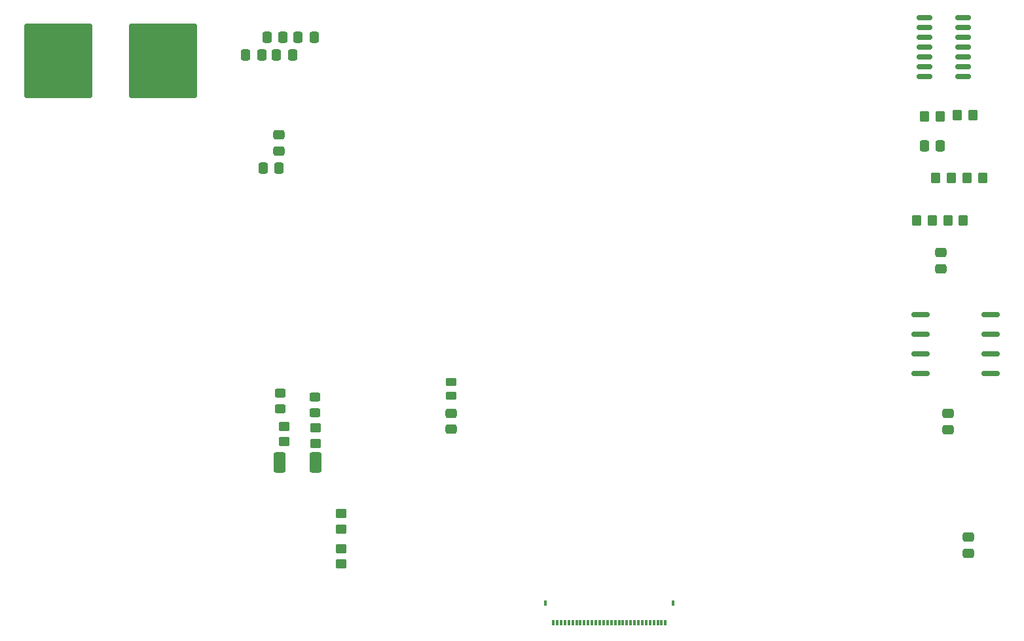
<source format=gbr>
%TF.GenerationSoftware,KiCad,Pcbnew,9.0.0*%
%TF.CreationDate,2025-03-11T12:16:19-07:00*%
%TF.ProjectId,TelemMainV3,54656c65-6d4d-4616-996e-56332e6b6963,3.0*%
%TF.SameCoordinates,Original*%
%TF.FileFunction,Paste,Top*%
%TF.FilePolarity,Positive*%
%FSLAX46Y46*%
G04 Gerber Fmt 4.6, Leading zero omitted, Abs format (unit mm)*
G04 Created by KiCad (PCBNEW 9.0.0) date 2025-03-11 12:16:19*
%MOMM*%
%LPD*%
G01*
G04 APERTURE LIST*
G04 Aperture macros list*
%AMRoundRect*
0 Rectangle with rounded corners*
0 $1 Rounding radius*
0 $2 $3 $4 $5 $6 $7 $8 $9 X,Y pos of 4 corners*
0 Add a 4 corners polygon primitive as box body*
4,1,4,$2,$3,$4,$5,$6,$7,$8,$9,$2,$3,0*
0 Add four circle primitives for the rounded corners*
1,1,$1+$1,$2,$3*
1,1,$1+$1,$4,$5*
1,1,$1+$1,$6,$7*
1,1,$1+$1,$8,$9*
0 Add four rect primitives between the rounded corners*
20,1,$1+$1,$2,$3,$4,$5,0*
20,1,$1+$1,$4,$5,$6,$7,0*
20,1,$1+$1,$6,$7,$8,$9,0*
20,1,$1+$1,$8,$9,$2,$3,0*%
G04 Aperture macros list end*
%ADD10RoundRect,0.250000X-0.450000X0.325000X-0.450000X-0.325000X0.450000X-0.325000X0.450000X0.325000X0*%
%ADD11RoundRect,0.250000X0.350000X0.450000X-0.350000X0.450000X-0.350000X-0.450000X0.350000X-0.450000X0*%
%ADD12RoundRect,0.250000X0.450000X-0.350000X0.450000X0.350000X-0.450000X0.350000X-0.450000X-0.350000X0*%
%ADD13RoundRect,0.250000X-0.475000X0.337500X-0.475000X-0.337500X0.475000X-0.337500X0.475000X0.337500X0*%
%ADD14RoundRect,0.250000X-0.350000X-0.450000X0.350000X-0.450000X0.350000X0.450000X-0.350000X0.450000X0*%
%ADD15RoundRect,0.250000X0.337500X0.475000X-0.337500X0.475000X-0.337500X-0.475000X0.337500X-0.475000X0*%
%ADD16RoundRect,0.250000X0.475000X-0.337500X0.475000X0.337500X-0.475000X0.337500X-0.475000X-0.337500X0*%
%ADD17RoundRect,0.150000X0.825000X0.150000X-0.825000X0.150000X-0.825000X-0.150000X0.825000X-0.150000X0*%
%ADD18RoundRect,0.250000X-0.450000X0.262500X-0.450000X-0.262500X0.450000X-0.262500X0.450000X0.262500X0*%
%ADD19RoundRect,0.250000X-0.337500X-0.475000X0.337500X-0.475000X0.337500X0.475000X-0.337500X0.475000X0*%
%ADD20RoundRect,0.249999X-0.512501X-1.075001X0.512501X-1.075001X0.512501X1.075001X-0.512501X1.075001X0*%
%ADD21R,0.300000X0.800000*%
%ADD22R,0.400000X0.800000*%
%ADD23RoundRect,0.249999X4.150001X4.550001X-4.150001X4.550001X-4.150001X-4.550001X4.150001X-4.550001X0*%
%ADD24RoundRect,0.162500X-1.012500X-0.162500X1.012500X-0.162500X1.012500X0.162500X-1.012500X0.162500X0*%
G04 APERTURE END LIST*
D10*
%TO.C,D4*%
X115917200Y-108975000D03*
X115917200Y-111025000D03*
%TD*%
D11*
%TO.C,R12*%
X206757000Y-81180000D03*
X204757000Y-81180000D03*
%TD*%
D12*
%TO.C,R15*%
X116417200Y-115296800D03*
X116417200Y-113296800D03*
%TD*%
%TO.C,R14*%
X120500000Y-115500000D03*
X120500000Y-113500000D03*
%TD*%
D11*
%TO.C,R8*%
X204270200Y-86680000D03*
X202270200Y-86680000D03*
%TD*%
%TO.C,R6*%
X201257000Y-73180000D03*
X199257000Y-73180000D03*
%TD*%
D13*
%TO.C,C7*%
X202257000Y-111642500D03*
X202257000Y-113717500D03*
%TD*%
D14*
%TO.C,R13*%
X200693000Y-81180000D03*
X202693000Y-81180000D03*
%TD*%
D15*
%TO.C,C4*%
X120307000Y-62971000D03*
X118232000Y-62971000D03*
%TD*%
%TO.C,C12*%
X115778500Y-79842900D03*
X113703500Y-79842900D03*
%TD*%
D16*
%TO.C,C11*%
X115757000Y-77680000D03*
X115757000Y-75605000D03*
%TD*%
D17*
%TO.C,U6*%
X204232000Y-67990000D03*
X204232000Y-66720000D03*
X204232000Y-65450000D03*
X204232000Y-64180000D03*
X204232000Y-62910000D03*
X204232000Y-61640000D03*
X204232000Y-60370000D03*
X199282000Y-60370000D03*
X199282000Y-61640000D03*
X199282000Y-62910000D03*
X199282000Y-64180000D03*
X199282000Y-65450000D03*
X199282000Y-66720000D03*
X199282000Y-67990000D03*
%TD*%
D12*
%TO.C,R1*%
X123790600Y-131131200D03*
X123790600Y-129131200D03*
%TD*%
D18*
%TO.C,R11*%
X138040000Y-107552500D03*
X138040000Y-109377500D03*
%TD*%
D14*
%TO.C,R7*%
X198257000Y-86680000D03*
X200257000Y-86680000D03*
%TD*%
D13*
%TO.C,C8*%
X201378400Y-90832500D03*
X201378400Y-92907500D03*
%TD*%
D15*
%TO.C,C3*%
X117540500Y-65260000D03*
X115465500Y-65260000D03*
%TD*%
D19*
%TO.C,C1*%
X111465500Y-65260000D03*
X113540500Y-65260000D03*
%TD*%
D10*
%TO.C,D3*%
X120417200Y-109475000D03*
X120417200Y-111525000D03*
%TD*%
D12*
%TO.C,R2*%
X123790600Y-126610000D03*
X123790600Y-124610000D03*
%TD*%
D16*
%TO.C,C5*%
X138007000Y-113680000D03*
X138007000Y-111605000D03*
%TD*%
%TO.C,C13*%
X204917000Y-129717500D03*
X204917000Y-127642500D03*
%TD*%
D19*
%TO.C,C2*%
X114232000Y-62971000D03*
X116307000Y-62971000D03*
%TD*%
D20*
%TO.C,D1*%
X115825000Y-118000000D03*
X120500000Y-118000000D03*
%TD*%
D19*
%TO.C,C14*%
X199219500Y-76990000D03*
X201294500Y-76990000D03*
%TD*%
D21*
%TO.C,J5*%
X165750000Y-138720000D03*
X165250000Y-138720000D03*
X164750000Y-138720000D03*
X164250000Y-138720000D03*
X163750000Y-138720000D03*
X163250000Y-138720000D03*
X162750000Y-138720000D03*
X162250000Y-138720000D03*
X161750000Y-138720000D03*
X161250000Y-138720000D03*
X160750000Y-138720000D03*
X160250000Y-138720000D03*
X159750000Y-138720000D03*
X159250000Y-138720000D03*
X158750000Y-138720000D03*
X158250000Y-138720000D03*
X157750000Y-138720000D03*
X157250000Y-138720000D03*
X156750000Y-138720000D03*
X156250000Y-138720000D03*
X155750000Y-138720000D03*
X155250000Y-138720000D03*
X154750000Y-138720000D03*
X154250000Y-138720000D03*
X153750000Y-138720000D03*
X153250000Y-138720000D03*
X152750000Y-138720000D03*
X152250000Y-138720000D03*
X151750000Y-138720000D03*
X151250000Y-138720000D03*
D22*
X166750000Y-136220000D03*
X150250000Y-136220000D03*
%TD*%
D14*
%TO.C,R5*%
X203500000Y-73000000D03*
X205500000Y-73000000D03*
%TD*%
D23*
%TO.C,C9*%
X100750000Y-66000000D03*
X87250000Y-66000000D03*
%TD*%
D24*
%TO.C,U4*%
X198732000Y-98870000D03*
X198732000Y-101410000D03*
X198732000Y-103950000D03*
X198732000Y-106490000D03*
X207782000Y-106490000D03*
X207782000Y-103950000D03*
X207782000Y-101410000D03*
X207782000Y-98870000D03*
%TD*%
M02*

</source>
